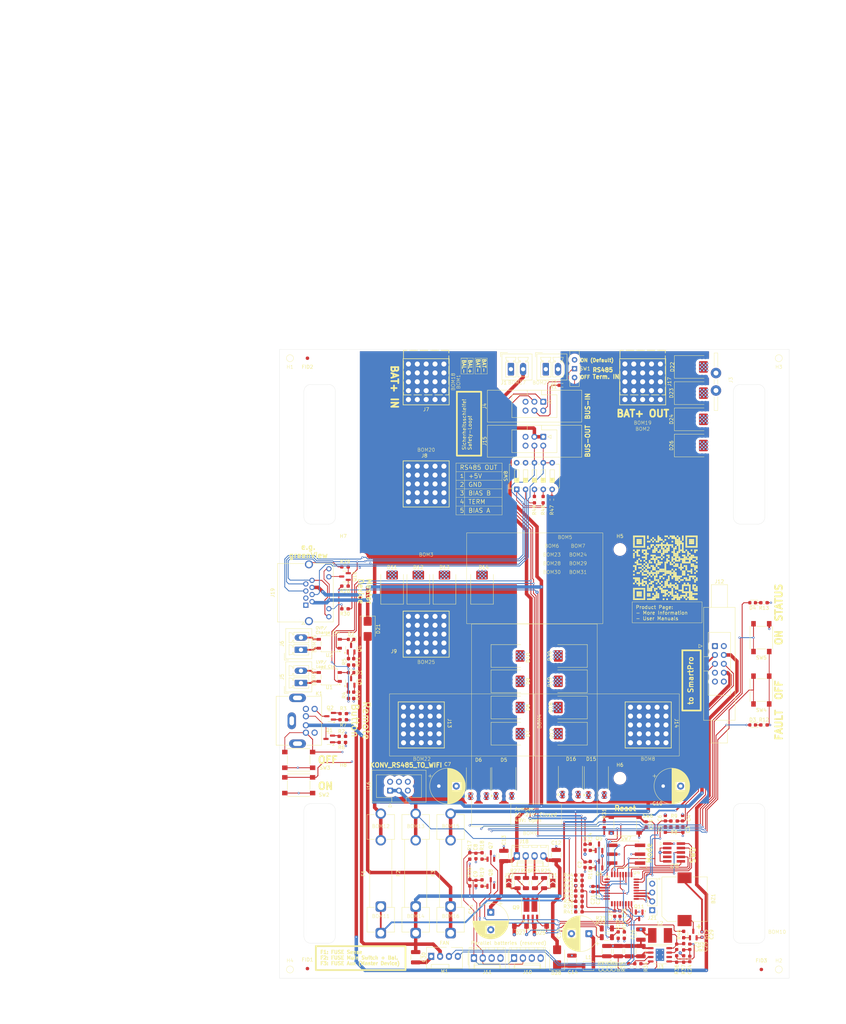
<source format=kicad_pcb>
(kicad_pcb
	(version 20241229)
	(generator "pcbnew")
	(generator_version "9.0")
	(general
		(thickness 1.627)
		(legacy_teardrops no)
	)
	(paper "A3" portrait)
	(layers
		(0 "F.Cu" signal)
		(4 "In1.Cu" signal)
		(6 "In2.Cu" signal)
		(8 "In3.Cu" signal)
		(10 "In4.Cu" signal)
		(2 "B.Cu" signal)
		(9 "F.Adhes" user "F.Adhesive")
		(11 "B.Adhes" user "B.Adhesive")
		(13 "F.Paste" user)
		(15 "B.Paste" user)
		(5 "F.SilkS" user "F.Silkscreen")
		(7 "B.SilkS" user "B.Silkscreen")
		(1 "F.Mask" user)
		(3 "B.Mask" user)
		(17 "Dwgs.User" user "User.Drawings")
		(19 "Cmts.User" user "User.Comments")
		(21 "Eco1.User" user "User.Eco1")
		(23 "Eco2.User" user "User.Eco2")
		(25 "Edge.Cuts" user)
		(27 "Margin" user)
		(31 "F.CrtYd" user "F.Courtyard")
		(29 "B.CrtYd" user "B.Courtyard")
		(35 "F.Fab" user)
		(33 "B.Fab" user)
		(39 "User.1" user)
		(41 "User.2" user)
		(43 "User.3" user)
		(45 "User.4" user)
		(47 "User.5" user)
		(49 "User.6" user)
		(51 "User.7" user)
		(53 "User.8" user)
		(55 "User.9" user)
	)
	(setup
		(stackup
			(layer "F.SilkS"
				(type "Top Silk Screen")
			)
			(layer "F.Paste"
				(type "Top Solder Paste")
			)
			(layer "F.Mask"
				(type "Top Solder Mask")
				(thickness 0.01)
			)
			(layer "F.Cu"
				(type "copper")
				(thickness 0.07)
			)
			(layer "dielectric 1"
				(type "prepreg")
				(thickness 0.1)
				(material "FR4")
				(epsilon_r 4.5)
				(loss_tangent 0.02)
			)
			(layer "In1.Cu"
				(type "copper")
				(thickness 0.07)
			)
			(layer "dielectric 2"
				(type "core")
				(thickness 0.4785)
				(material "FR4")
				(epsilon_r 4.5)
				(loss_tangent 0.02)
			)
			(layer "In2.Cu"
				(type "copper")
				(thickness 0.07)
			)
			(layer "dielectric 3"
				(type "prepreg")
				(thickness 0.1)
				(material "FR4")
				(epsilon_r 4.5)
				(loss_tangent 0.02)
			)
			(layer "In3.Cu"
				(type "copper")
				(thickness 0.035)
			)
			(layer "dielectric 4"
				(type "core")
				(thickness 0.4785)
				(material "FR4")
				(epsilon_r 4.5)
				(loss_tangent 0.02)
			)
			(layer "In4.Cu"
				(type "copper")
				(thickness 0.035)
			)
			(layer "dielectric 5"
				(type "prepreg")
				(thickness 0.1)
				(material "FR4")
				(epsilon_r 4.5)
				(loss_tangent 0.02)
			)
			(layer "B.Cu"
				(type "copper")
				(thickness 0.07)
			)
			(layer "B.Mask"
				(type "Bottom Solder Mask")
				(thickness 0.01)
			)
			(layer "B.Paste"
				(type "Bottom Solder Paste")
			)
			(layer "B.SilkS"
				(type "Bottom Silk Screen")
			)
			(copper_finish "None")
			(dielectric_constraints no)
		)
		(pad_to_mask_clearance 0)
		(allow_soldermask_bridges_in_footprints no)
		(tenting front back)
		(aux_axis_origin 100 120)
		(grid_origin 173 120)
		(pcbplotparams
			(layerselection 0x00000000_00000000_55555555_5755f5ff)
			(plot_on_all_layers_selection 0x00000000_00000000_00000000_00000000)
			(disableapertmacros no)
			(usegerberextensions no)
			(usegerberattributes yes)
			(usegerberadvancedattributes yes)
			(creategerberjobfile yes)
			(dashed_line_dash_ratio 12.000000)
			(dashed_line_gap_ratio 3.000000)
			(svgprecision 4)
			(plotframeref no)
			(mode 1)
			(useauxorigin no)
			(hpglpennumber 1)
			(hpglpenspeed 20)
			(hpglpendiameter 15.000000)
			(pdf_front_fp_property_popups yes)
			(pdf_back_fp_property_popups yes)
			(pdf_metadata yes)
			(pdf_single_document no)
			(dxfpolygonmode yes)
			(dxfimperialunits yes)
			(dxfusepcbnewfont yes)
			(psnegative no)
			(psa4output no)
			(plot_black_and_white yes)
			(sketchpadsonfab no)
			(plotpadnumbers no)
			(hidednponfab no)
			(sketchdnponfab yes)
			(crossoutdnponfab yes)
			(subtractmaskfromsilk no)
			(outputformat 1)
			(mirror no)
			(drillshape 1)
			(scaleselection 1)
			(outputdirectory "")
		)
	)
	(net 0 "")
	(net 1 "GND")
	(net 2 "VCC")
	(net 3 "Net-(Q3-B)")
	(net 4 "/RESET")
	(net 5 "/SET")
	(net 6 "/Ub_FUSED")
	(net 7 "Net-(D3-K)")
	(net 8 "/BMS_OK")
	(net 9 "Net-(Q4-B)")
	(net 10 "/B")
	(net 11 "/A")
	(net 12 "/BTN_ON")
	(net 13 "/BTN_OFF")
	(net 14 "/control/SWCLK")
	(net 15 "Net-(Q5-B)")
	(net 16 "/control/SWDIO")
	(net 17 "Net-(Q1-B)")
	(net 18 "/LVP")
	(net 19 "/OVP")
	(net 20 "Net-(Q2-B)")
	(net 21 "Net-(Q6-B)")
	(net 22 "/LED_ERROR")
	(net 23 "/LED_ON")
	(net 24 "/BMS_OK_PROTECTED")
	(net 25 "/control/R2")
	(net 26 "/control/R1")
	(net 27 "/control/BTN_OFF")
	(net 28 "/control/BTN_ON")
	(net 29 "Net-(BZ1--)")
	(net 30 "/~{OC_FAULT}")
	(net 31 "/LVP_IN")
	(net 32 "/OVP_IN")
	(net 33 "Net-(D4-K)")
	(net 34 "/control/RELAIS_RESET")
	(net 35 "/control/RELAIS_SET")
	(net 36 "Net-(J20-~{RESET})")
	(net 37 "Net-(J12-Pin_3)")
	(net 38 "/BAT+_IN")
	(net 39 "/BAT+_SI")
	(net 40 "/BAT+_OUT")
	(net 41 "/B_OUT")
	(net 42 "/A_OUT")
	(net 43 "/GND_OUT")
	(net 44 "/+5V_OUT")
	(net 45 "/~{OC_FAULT_PROTECTED}")
	(net 46 "/VCC_FROM_SmartPro")
	(net 47 "Net-(Q1-C)")
	(net 48 "Net-(D28-K)")
	(net 49 "Net-(Q1-E)")
	(net 50 "Net-(Q4-E)")
	(net 51 "Net-(U3-VIN)")
	(net 52 "unconnected-(J4-Pin_5-Pad5)")
	(net 53 "Net-(U3-BST)")
	(net 54 "Net-(U3-SW)")
	(net 55 "Net-(C24-Pad1)")
	(net 56 "Net-(U3-FB)")
	(net 57 "Net-(D1-K)")
	(net 58 "Net-(Q12-B)")
	(net 59 "Net-(D1-A)")
	(net 60 "Net-(D2-K)")
	(net 61 "Net-(D2-A)")
	(net 62 "Net-(D21-K)")
	(net 63 "Net-(D21-A)")
	(net 64 "/control/ADC1_IN3_U_IN")
	(net 65 "/control/ADC1_IN4_U_OUT")
	(net 66 "/control/USART1_TX")
	(net 67 "/control/USART1_RX")
	(net 68 "/control/FAN_TACHO")
	(net 69 "Net-(M1-PWM)")
	(net 70 "unconnected-(J4-Pin_6-Pad6)")
	(net 71 "/control/FAN_PWM")
	(net 72 "/control/buzzer")
	(net 73 "Net-(J6-Pin_1)")
	(net 74 "Net-(J6-Pin_2)")
	(net 75 "Net-(J5-Pin_1)")
	(net 76 "Net-(J5-Pin_2)")
	(net 77 "unconnected-(J11-Pin_4-Pad4)")
	(net 78 "unconnected-(J11-Pin_3-Pad3)")
	(net 79 "unconnected-(J10-Pin_4-Pad4)")
	(net 80 "unconnected-(J10-Pin_3-Pad3)")
	(net 81 "5V3_FROM_SmartPro")
	(net 82 "Net-(J18-Pin_2)")
	(net 83 "Net-(J18-Pin_3)")
	(net 84 "Net-(J19-Pad10)")
	(net 85 "Net-(Q10-C)")
	(net 86 "unconnected-(J20-KEY-Pad7)")
	(net 87 "Net-(JP1-A)")
	(net 88 "Net-(JP2-A)")
	(net 89 "Net-(Q2-C)")
	(net 90 "Net-(Q2-E)")
	(net 91 "Net-(Q3-E)")
	(net 92 "Net-(Q7-B)")
	(net 93 "Net-(Q8-B)")
	(net 94 "Net-(Q10-E)")
	(net 95 "Net-(Q10-B)")
	(net 96 "Net-(SW1-A)")
	(net 97 "Net-(R24-Pad2)")
	(net 98 "Net-(R26-Pad2)")
	(net 99 "Net-(U3-EN{slash}UVLO)")
	(net 100 "Net-(U3-RON)")
	(net 101 "unconnected-(SW1-C-Pad2)")
	(net 102 "Net-(U4-PB7)")
	(net 103 "Net-(U4-PB8)")
	(net 104 "Net-(U4-PB9)")
	(net 105 "Net-(U4-PB6)")
	(net 106 "unconnected-(U3-PGOOD-Pad6)")
	(net 107 "unconnected-(U4-PA5-Pad12)")
	(net 108 "unconnected-(U4-PA2-Pad9)")
	(net 109 "unconnected-(U4-PA11-Pad22)")
	(net 110 "unconnected-(U4-PA10-Pad21)")
	(net 111 "Net-(R47-Pad2)")
	(net 112 "Net-(R48-Pad2)")
	(net 113 "Net-(R49-Pad2)")
	(footprint "Package_SO:SO-4_4.4x4.3mm_P2.54mm" (layer "F.Cu") (at 114.25 213.75 180))
	(footprint "myBOM:BOM_PART_2x2mm" (layer "F.Cu") (at 204 129.25))
	(footprint "Capacitor_SMD:C_0603_1608Metric" (layer "F.Cu") (at 187.5 267.5 90))
	(footprint "myConnector:IDC-Header_2x03_P2.54mm_Vertical_latch" (layer "F.Cu") (at 175.54 145 -90))
	(footprint "Resistor_SMD:R_0603_1608Metric_Pad0.98x0.95mm_HandSolder" (layer "F.Cu") (at 181 130.25))
	(footprint "Connector:FanPinHeader_1x04_P2.54mm_Vertical" (layer "F.Cu") (at 143.45 293.75))
	(footprint "Diode_SMD:D_SMC" (layer "F.Cu") (at 158 188 90))
	(footprint "Capacitor_SMD:C_0603_1608Metric" (layer "F.Cu") (at 187.5 262.5 90))
	(footprint "LED_SMD:LED_0603_1608Metric" (layer "F.Cu") (at 120.5 203 180))
	(footprint "myPackage_SO:HSOP-8-1EP_3.9x4.9mm_P1.27mm_EP2.41x3.1mm_ThermalVias_0.3mm" (layer "F.Cu") (at 208.955 293.3))
	(footprint "Capacitor_SMD:C_0603_1608Metric" (layer "F.Cu") (at 156.25 272.75 90))
	(footprint "Fiducial:Fiducial_1mm_Mask3mm" (layer "F.Cu") (at 108 297.25))
	(footprint "Package_TO_SOT_SMD:SOT-23" (layer "F.Cu") (at 120.5 205.675 90))
	(footprint "Resistor_SMD:R_1206_3216Metric" (layer "F.Cu") (at 170.57 272.775 -90))
	(footprint "myBOM:BOM_PART_2x2mm" (layer "F.Cu") (at 139 265))
	(footprint "myWürthSHFU:WP-SHFU_7461098_HAL_gewinkelt" (layer "F.Cu") (at 204 129.25))
	(footprint "Resistor_SMD:R_0603_1608Metric_Pad0.98x0.95mm_HandSolder" (layer "F.Cu") (at 185.75 273.5))
	(footprint "Resistor_SMD:R_0603_1608Metric_Pad0.98x0.95mm_HandSolder" (layer "F.Cu") (at 198.75 287.6625 -90))
	(footprint "Connector_Phoenix_MC:PhoenixContact_MCV_1,5_2-G-3.5_1x02_P3.50mm_Vertical" (layer "F.Cu") (at 166.2675 125.6425))
	(footprint "Connector_Phoenix_MC:PhoenixContact_MCV_1,5_2-G-3.5_1x02_P3.50mm_Vertical" (layer "F.Cu") (at 106.1425 205.9825 90))
	(footprint "Capacitor_SMD:C_1210_3225Metric" (layer "F.Cu") (at 179.25 264.75 90))
	(footprint "Resistor_SMD:R_1206_3216Metric" (layer "F.Cu") (at 193.75 288.25 180))
	(footprint "Resistor_SMD:R_0603_1608Metric_Pad0.98x0.95mm_HandSolder" (layer "F.Cu") (at 173 163 90))
	(footprint "Resistor_SMD:R_0603_1608Metric_Pad0.98x0.95mm_HandSolder" (layer "F.Cu") (at 238.75 192.5))
	(footprint "LED_SMD:LED_0603_1608Metric" (layer "F.Cu") (at 120.5 212.5 180))
	(footprint "Resistor_SMD:R_0603_1608Metric_Pad0.98x0.95mm_HandSolder" (layer "F.Cu") (at 118.75 182.25 180))
	(footprint "Resistor_SMD:R_0603_1608Metric_Pad0.98x0.95mm_HandSolder" (layer "F.Cu") (at 118.25 224.25))
	(footprint "Capacitor_SMD:C_1210_3225Metric" (layer "F.Cu") (at 139 294 -90))
	(footprint "myBOM:BOM_PART_2x2mm" (layer "F.Cu") (at 242.5 288.25))
	(footprint "Resistor_SMD:R_0603_1608Metric_Pad0.98x0.95mm_HandSolder" (layer "F.Cu") (at 175.5 163 90))
	(footprint "Resistor_SMD:R_0603_1608Metric_Pad0.98x0.95mm_HandSolder" (layer "F.Cu") (at 200 296.75 -90))
	(footprint "Resistor_SMD:R_1206_3216Metric"
		(layer "F.Cu")
		(uuid "25121424-856e-449e-b4e8-d5b59ad5d4eb")
		(at 175.77 272.775 -90)
		(descr "Resistor SMD 1206 (3216 Metric), square (rectangular) end terminal, IPC-7351 nominal, (Body size source: IPC-SM-782 page 72, https://www.pcb-3d.com/wordpress/wp-content/uploads/ipc-sm-782a_amendment_1_and_2.pdf), generated with kicad-footprint-generator")
		(tags "resistor")
		(property "Reference" "R25"
			(at -3.525 -0.48 0)
			(layer "F.SilkS")
			(uuid "3e8e9a9f-1d4e-4286-a91b-6f3b1ead1687")
			(effects
				(font
					(size 1 1)
					(thickness 0.15)
				)
			)
		)
		(property "Value" "10R"
			(at 0 1.82 90)
			(layer "F.Fab")
			(uuid "e4e15150-ec31-423a-9fb3-808893298f0e")
			(effects
				(font
					(size 1 1)
					(thickness 0.15)
				)
			)
		)
		(property "Datasheet" "~"
			(at 0 0 270)
			(unlocked yes)
			(layer "F.Fab")
			(hide yes)
			(uuid "ede6b443-57ec-4fb8-a177-f3bc9ef31e02")
			(effects
				(font
					(size 1.27 1.27)
					(thickness 0.15)
				)
			)
		)
		(property "Description" "10R0 0,25W 1% 1206 SMD"
			(at 0 0 270)
			(unlocked yes)
			(layer "F.Fab")
			(hide yes)
			(uuid "2be2fb82-e03d-437f-b9f9-a3a601e02761")
			(effects
				(font
					(size 1.27 1.27)
					(thickness 0.15)
				)
			)
		)
		(property "ECS Art#" "R558"
			(at 0 0 270)
			(unlocked yes)
			(layer "F.Fab")
			(hide yes)
			(uuid "aa74e255-3960-4497-b331-312fb160ba75")
			(effects
				(font
					(size 1 1)
					(thickness 0.15)
				)
			)
		)
		(property "HAN" "RC3216F10R0CS"
			(at 0 0 270)
			(unlocked yes)
			(layer "F.Fab")
			(hide yes)
			(uuid "4e2503d0-3ba1-4423-95e7-e2c0a209c0b2")
			(effects
				(font
					(size 1 1)
					(thickness 0.15)
				)
			)
		)
		(property "Hersteller" "SAMSUNG"
			(at 0 0 270)
			(unlocked yes)
			(layer "F.Fab")
			(hide yes)
			(uuid "c6bac0f5-0a1e-4e80-8bb8-4897f3dcd060")
			(effects
				(font
					(size 1 1)
					(thickness 0.15)
				)
			)
		)
		(property ki_fp_filters "R_*")
		(path "/3e96ffbd-df63-45c2-8c36-01602aa3ef79")
		(sheetname "/")
		(sheetfile "powerPro.kicad_sch")
		(attr
... [2559512 chars truncated]
</source>
